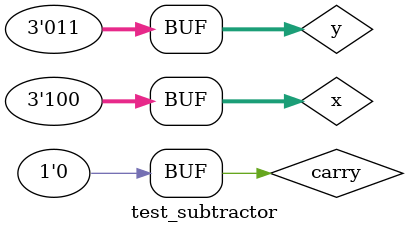
<source format=v>

module subtractor(output [16:0]s, input [2:0]a, input [2:0]b, input carryIn); 


xor X1(s[0],a[0],b[0]);
xor X2(s[1],a[1],b[1]);
xor X3(s[2],a[2],b[2]);

and A1(s[7],~a[0],b[0]);
and A2(s[6],~a[1],b[1]);
and A3(s[5],~a[2],b[2]);


xor X4(s[11],s[0],carryIn);
xor X5(s[10],s[1],carryIn);
xor X6(s[9],s[2],carryIn);


and A5(s[15],~s[0],carryIn);
and A6(s[14],~s[1],carryIn);
and A7(s[13],~s[2],carryIn);


xor  O1(s[16],s[7],s[6],s[5],s[15],s[14],s[13]);


endmodule // subtractor 
module test_subtractor; 
// ------------------------- definir dados 
reg [2:0]x; 
reg  [2:0]y; 
reg carry; 
wire [16:0] soma; 


subtractor Sub(soma,x,y,carry);
// ------------------------- parte principal 
initial begin 
$display("Exemplo0022 - Fernando dos Santos Silva - 414506"); 
$display("Test ALU's full adder"); 
$display("x  -  y  = sinal resultado");
#1 x=4'b0000; y=4'b0000; carry=1'b0;
$monitor("%3b - %3b = %1b ", x,y,soma[8],soma[9],soma[10],soma[11]);    //soma[11:8]>>carry out,soma[16]>>saida
#1 x=4'b1010; y=4'b1101; carry=1'b0;
#1 x=4'b0111; y=4'b0011; carry=1'b0;
#1 x=4'b0100; y=4'b1011; carry=1'b0;


// projetar testes do somador complete 
end 
endmodule // test_subtractor 
</source>
